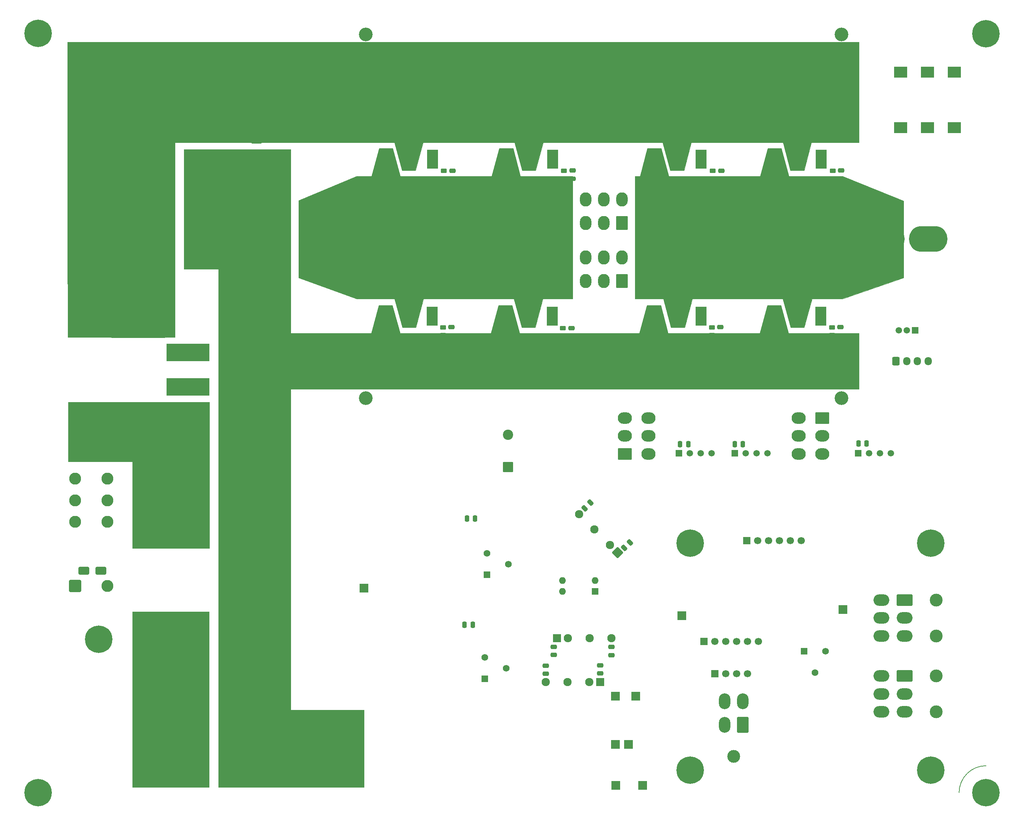
<source format=gbs>
%TF.GenerationSoftware,KiCad,Pcbnew,9.0.2*%
%TF.CreationDate,2025-12-27T14:45:29+07:00*%
%TF.ProjectId,Controller48V,436f6e74-726f-46c6-9c65-723438562e6b,rev?*%
%TF.SameCoordinates,Original*%
%TF.FileFunction,Soldermask,Bot*%
%TF.FilePolarity,Negative*%
%FSLAX46Y46*%
G04 Gerber Fmt 4.6, Leading zero omitted, Abs format (unit mm)*
G04 Created by KiCad (PCBNEW 9.0.2) date 2025-12-27 14:45:29*
%MOMM*%
%LPD*%
G01*
G04 APERTURE LIST*
G04 Aperture macros list*
%AMRoundRect*
0 Rectangle with rounded corners*
0 $1 Rounding radius*
0 $2 $3 $4 $5 $6 $7 $8 $9 X,Y pos of 4 corners*
0 Add a 4 corners polygon primitive as box body*
4,1,4,$2,$3,$4,$5,$6,$7,$8,$9,$2,$3,0*
0 Add four circle primitives for the rounded corners*
1,1,$1+$1,$2,$3*
1,1,$1+$1,$4,$5*
1,1,$1+$1,$6,$7*
1,1,$1+$1,$8,$9*
0 Add four rect primitives between the rounded corners*
20,1,$1+$1,$2,$3,$4,$5,0*
20,1,$1+$1,$4,$5,$6,$7,0*
20,1,$1+$1,$6,$7,$8,$9,0*
20,1,$1+$1,$8,$9,$2,$3,0*%
%AMHorizOval*
0 Thick line with rounded ends*
0 $1 width*
0 $2 $3 position (X,Y) of the first rounded end (center of the circle)*
0 $4 $5 position (X,Y) of the second rounded end (center of the circle)*
0 Add line between two ends*
20,1,$1,$2,$3,$4,$5,0*
0 Add two circle primitives to create the rounded ends*
1,1,$1,$2,$3*
1,1,$1,$4,$5*%
%AMFreePoly0*
4,1,5,1.500000,-1.250000,-1.500000,-1.250000,-1.500000,1.250000,1.500000,1.250000,1.500000,-1.250000,1.500000,-1.250000,$1*%
%AMFreePoly1*
4,1,5,5.000000,-2.000000,-5.000000,-2.000000,-5.000000,2.000000,5.000000,2.000000,5.000000,-2.000000,5.000000,-2.000000,$1*%
G04 Aperture macros list end*
%ADD10C,0.200000*%
%ADD11C,0.100000*%
%ADD12C,0.050000*%
%ADD13FreePoly0,0.000000*%
%ADD14FreePoly0,180.000000*%
%ADD15R,1.498600X1.498600*%
%ADD16C,1.498600*%
%ADD17RoundRect,0.250000X-0.600000X-0.725000X0.600000X-0.725000X0.600000X0.725000X-0.600000X0.725000X0*%
%ADD18O,1.700000X1.950000*%
%ADD19R,2.000000X2.000000*%
%ADD20C,6.400000*%
%ADD21RoundRect,0.250001X1.099999X1.399999X-1.099999X1.399999X-1.099999X-1.399999X1.099999X-1.399999X0*%
%ADD22O,2.700000X3.300000*%
%ADD23RoundRect,0.250001X1.399999X-1.099999X1.399999X1.099999X-1.399999X1.099999X-1.399999X-1.099999X0*%
%ADD24O,3.300000X2.700000*%
%ADD25RoundRect,0.102000X1.219759X0.000000X0.000000X1.219759X-1.219759X0.000000X0.000000X-1.219759X0*%
%ADD26C,1.929000*%
%ADD27RoundRect,0.102000X0.862500X0.862500X-0.862500X0.862500X-0.862500X-0.862500X0.862500X-0.862500X0*%
%ADD28R,1.700000X1.700000*%
%ADD29C,1.700000*%
%ADD30RoundRect,0.102000X-0.862500X-0.862500X0.862500X-0.862500X0.862500X0.862500X-0.862500X0.862500X0*%
%ADD31R,1.560000X1.560000*%
%ADD32C,1.560000*%
%ADD33C,0.800000*%
%ADD34C,3.000000*%
%ADD35RoundRect,0.250001X-1.599999X1.099999X-1.599999X-1.099999X1.599999X-1.099999X1.599999X1.099999X0*%
%ADD36O,3.700000X2.700000*%
%ADD37RoundRect,0.250001X-1.399999X1.099999X-1.399999X-1.099999X1.399999X-1.099999X1.399999X1.099999X0*%
%ADD38R,1.600000X1.600000*%
%ADD39O,1.600000X1.600000*%
%ADD40RoundRect,0.250001X0.949999X-0.949999X0.949999X0.949999X-0.949999X0.949999X-0.949999X-0.949999X0*%
%ADD41C,2.400000*%
%ADD42RoundRect,0.250001X1.099999X1.599999X-1.099999X1.599999X-1.099999X-1.599999X1.099999X-1.599999X0*%
%ADD43O,2.700000X3.700000*%
%ADD44C,2.800000*%
%ADD45RoundRect,0.250000X1.150000X-1.150000X1.150000X1.150000X-1.150000X1.150000X-1.150000X-1.150000X0*%
%ADD46C,4.000000*%
%ADD47R,2.500000X4.500000*%
%ADD48O,2.500000X4.500000*%
%ADD49RoundRect,0.250000X-0.475000X0.250000X-0.475000X-0.250000X0.475000X-0.250000X0.475000X0.250000X0*%
%ADD50RoundRect,0.250000X-0.250000X-0.475000X0.250000X-0.475000X0.250000X0.475000X-0.250000X0.475000X0*%
%ADD51RoundRect,0.250001X-0.949999X-0.949999X0.949999X-0.949999X0.949999X0.949999X-0.949999X0.949999X0*%
%ADD52RoundRect,0.250000X0.475000X-0.250000X0.475000X0.250000X-0.475000X0.250000X-0.475000X-0.250000X0*%
%ADD53RoundRect,0.250000X0.450000X-0.262500X0.450000X0.262500X-0.450000X0.262500X-0.450000X-0.262500X0*%
%ADD54R,1.500000X1.500000*%
%ADD55C,1.500000*%
%ADD56HorizOval,0.800000X0.000000X0.000000X0.000000X0.000000X0*%
%ADD57HorizOval,0.800000X0.000000X0.000000X0.000000X0.000000X0*%
%ADD58O,9.000000X6.000000*%
%ADD59RoundRect,0.250000X-1.000000X-0.650000X1.000000X-0.650000X1.000000X0.650000X-1.000000X0.650000X0*%
%ADD60RoundRect,0.250000X0.159099X-0.512652X0.512652X-0.159099X-0.159099X0.512652X-0.512652X0.159099X0*%
%ADD61C,12.000000*%
%ADD62FreePoly1,0.000000*%
%ADD63C,3.200000*%
%ADD64C,11.000000*%
%ADD65RoundRect,0.250001X-0.949999X0.949999X-0.949999X-0.949999X0.949999X-0.949999X0.949999X0.949999X0*%
G04 APERTURE END LIST*
D10*
X310721306Y-222778638D02*
G75*
G02*
X316999975Y-216499906I6278694J38D01*
G01*
D11*
X287328321Y-71000009D02*
X228773683Y-71002956D01*
X228773683Y-65665877D01*
X226816682Y-65665877D01*
X226816682Y-47500000D01*
X287328321Y-47500000D01*
X287328321Y-71000009D01*
G36*
X287328321Y-71000009D02*
G01*
X228773683Y-71002956D01*
X228773683Y-65665877D01*
X226816682Y-65665877D01*
X226816682Y-47500000D01*
X287328321Y-47500000D01*
X287328321Y-71000009D01*
G37*
X127759509Y-104000000D02*
X102686200Y-104000000D01*
X102686200Y-70994357D01*
X127759509Y-70994357D01*
X127759509Y-104000000D01*
G36*
X127759509Y-104000000D02*
G01*
X102686200Y-104000000D01*
X102686200Y-70994357D01*
X127759509Y-70994357D01*
X127759509Y-104000000D01*
G37*
D12*
X220508940Y-82188653D02*
X204604215Y-82188213D01*
X204605407Y-81873492D01*
X217194849Y-81853768D01*
X218606549Y-80499156D01*
X219712996Y-80311144D01*
X219747193Y-78887165D01*
X220508940Y-78885322D01*
X220508940Y-82188653D01*
G36*
X220508940Y-82188653D02*
G01*
X204604215Y-82188213D01*
X204605407Y-81873492D01*
X217194849Y-81853768D01*
X218606549Y-80499156D01*
X219712996Y-80311144D01*
X219747193Y-78887165D01*
X220508940Y-78885322D01*
X220508940Y-82188653D01*
G37*
D11*
X183907617Y-77479614D02*
X180741078Y-77476165D01*
X178985330Y-71000000D01*
X185666814Y-71000000D01*
X183907617Y-77479614D01*
G36*
X183907617Y-77479614D02*
G01*
X180741078Y-77476165D01*
X178985330Y-71000000D01*
X185666814Y-71000000D01*
X183907617Y-77479614D01*
G37*
X269146343Y-109013171D02*
X270905628Y-115499248D01*
X264224144Y-115499248D01*
X265976781Y-109011877D01*
X269146343Y-109013171D01*
G36*
X269146343Y-109013171D02*
G01*
X270905628Y-115499248D01*
X264224144Y-115499248D01*
X265976781Y-109011877D01*
X269146343Y-109013171D01*
G37*
X297777590Y-84611204D02*
X297764101Y-102513488D01*
X283500863Y-107478427D01*
X283500000Y-78833027D01*
X297777590Y-84611204D01*
G36*
X297777590Y-84611204D02*
G01*
X297764101Y-102513488D01*
X283500863Y-107478427D01*
X283500000Y-78833027D01*
X297777590Y-84611204D01*
G37*
X170140166Y-78883507D02*
X220531722Y-78883507D01*
X220531722Y-107476701D01*
X170140166Y-107476701D01*
X170140166Y-78883507D01*
G36*
X170140166Y-78883507D02*
G01*
X220531722Y-78883507D01*
X220531722Y-107476701D01*
X170140166Y-107476701D01*
X170140166Y-78883507D01*
G37*
X178581681Y-72343002D02*
X180340966Y-78829079D01*
X173659482Y-78829079D01*
X175412119Y-72341708D01*
X178581681Y-72343002D01*
G36*
X178581681Y-72343002D02*
G01*
X180340966Y-78829079D01*
X173659482Y-78829079D01*
X175412119Y-72341708D01*
X178581681Y-72343002D01*
G37*
X211942996Y-77479614D02*
X208776457Y-77476165D01*
X207020709Y-71000000D01*
X213702193Y-71000000D01*
X211942996Y-77479614D01*
G36*
X211942996Y-77479614D02*
G01*
X208776457Y-77476165D01*
X207020709Y-71000000D01*
X213702193Y-71000000D01*
X211942996Y-77479614D01*
G37*
X135791706Y-165748416D02*
X117796011Y-165719894D01*
X117865727Y-145484269D01*
X102879614Y-145500000D01*
X102879614Y-131578199D01*
X135791706Y-131578199D01*
X135791706Y-165748416D01*
G36*
X135791706Y-165748416D02*
G01*
X117796011Y-165719894D01*
X117865727Y-145484269D01*
X102879614Y-145500000D01*
X102879614Y-131578199D01*
X135791706Y-131578199D01*
X135791706Y-165748416D01*
G37*
X170140166Y-107478715D02*
X156643585Y-102575221D01*
X156641401Y-84596106D01*
X170140166Y-84500000D01*
X170140166Y-107478715D01*
G36*
X170140166Y-107478715D02*
G01*
X156643585Y-102575221D01*
X156641401Y-84596106D01*
X170140166Y-84500000D01*
X170140166Y-107478715D01*
G37*
X269232038Y-72338975D02*
X270991323Y-78825052D01*
X264309839Y-78825052D01*
X266062476Y-72337681D01*
X269232038Y-72338975D01*
G36*
X269232038Y-72338975D02*
G01*
X270991323Y-78825052D01*
X264309839Y-78825052D01*
X266062476Y-72337681D01*
X269232038Y-72338975D01*
G37*
X206402460Y-109009047D02*
X208161745Y-115495124D01*
X201480261Y-115495124D01*
X203232898Y-109007753D01*
X206402460Y-109009047D01*
G36*
X206402460Y-109009047D02*
G01*
X208161745Y-115495124D01*
X201480261Y-115495124D01*
X203232898Y-109007753D01*
X206402460Y-109009047D01*
G37*
X127748192Y-104505540D02*
X127769676Y-116453186D01*
X123150939Y-116500000D01*
X102749216Y-116446736D01*
X102686200Y-70994357D01*
X127759509Y-70994357D01*
X127748192Y-104505540D01*
G36*
X127748192Y-104505540D02*
G01*
X127769676Y-116453186D01*
X123150939Y-116500000D01*
X102749216Y-116446736D01*
X102686200Y-70994357D01*
X127759509Y-70994357D01*
X127748192Y-104505540D01*
G37*
X274529123Y-77479614D02*
X271362584Y-77476165D01*
X269606836Y-71000000D01*
X276288320Y-71000000D01*
X274529123Y-77479614D01*
G36*
X274529123Y-77479614D02*
G01*
X271362584Y-77476165D01*
X269606836Y-71000000D01*
X276288320Y-71000000D01*
X274529123Y-77479614D01*
G37*
X206612919Y-72355310D02*
X208372204Y-78841387D01*
X201690720Y-78841387D01*
X203443357Y-72354016D01*
X206612919Y-72355310D01*
G36*
X206612919Y-72355310D02*
G01*
X208372204Y-78841387D01*
X201690720Y-78841387D01*
X203443357Y-72354016D01*
X206612919Y-72355310D01*
G37*
X246495169Y-77485707D02*
X243328630Y-77482258D01*
X241572882Y-71006093D01*
X248254366Y-71006093D01*
X246495169Y-77485707D01*
G36*
X246495169Y-77485707D02*
G01*
X243328630Y-77482258D01*
X241572882Y-71006093D01*
X248254366Y-71006093D01*
X246495169Y-77485707D01*
G37*
X217311149Y-78877702D02*
X217312642Y-79100371D01*
X216485151Y-80075836D01*
X192524595Y-80075836D01*
X191502230Y-79129367D01*
X191500000Y-78875345D01*
X217311149Y-78877702D01*
G36*
X217311149Y-78877702D02*
G01*
X217312642Y-79100371D01*
X216485151Y-80075836D01*
X192524595Y-80075836D01*
X191502230Y-79129367D01*
X191500000Y-78875345D01*
X217311149Y-78877702D01*
G37*
X269232960Y-72339727D02*
X270992245Y-78825804D01*
X264310761Y-78825804D01*
X266063398Y-72338433D01*
X269232960Y-72339727D01*
G36*
X269232960Y-72339727D02*
G01*
X270992245Y-78825804D01*
X264310761Y-78825804D01*
X266063398Y-72338433D01*
X269232960Y-72339727D01*
G37*
X170140166Y-84500000D02*
X220531722Y-84500000D01*
X220531722Y-107476701D01*
X170140166Y-107476701D01*
X170140166Y-84500000D01*
G36*
X170140166Y-84500000D02*
G01*
X220531722Y-84500000D01*
X220531722Y-107476701D01*
X170140166Y-107476701D01*
X170140166Y-84500000D01*
G37*
X241080985Y-109020143D02*
X242840270Y-115506220D01*
X236158786Y-115506220D01*
X237911423Y-109018849D01*
X241080985Y-109020143D01*
G36*
X241080985Y-109020143D02*
G01*
X242840270Y-115506220D01*
X236158786Y-115506220D01*
X237911423Y-109018849D01*
X241080985Y-109020143D01*
G37*
X235073506Y-78829144D02*
X283500863Y-78829144D01*
X283500863Y-107480585D01*
X235073506Y-107480585D01*
X235073506Y-78829144D01*
G36*
X235073506Y-78829144D02*
G01*
X283500863Y-78829144D01*
X283500863Y-107480585D01*
X235073506Y-107480585D01*
X235073506Y-78829144D01*
G37*
X241190335Y-72355084D02*
X242949620Y-78841161D01*
X236268136Y-78841161D01*
X238020773Y-72353790D01*
X241190335Y-72355084D01*
G36*
X241190335Y-72355084D02*
G01*
X242949620Y-78841161D01*
X236268136Y-78841161D01*
X238020773Y-72353790D01*
X241190335Y-72355084D01*
G37*
X178581681Y-72343002D02*
X180340966Y-78829079D01*
X173659482Y-78829079D01*
X175412119Y-72341708D01*
X178581681Y-72343002D01*
G36*
X178581681Y-72343002D02*
G01*
X180340966Y-78829079D01*
X173659482Y-78829079D01*
X175412119Y-72341708D01*
X178581681Y-72343002D01*
G37*
X135687858Y-221500000D02*
X117811473Y-221500000D01*
X117811473Y-180569386D01*
X135687858Y-180569386D01*
X135687858Y-221500000D01*
G36*
X135687858Y-221500000D02*
G01*
X117811473Y-221500000D01*
X117811473Y-180569386D01*
X135687858Y-180569386D01*
X135687858Y-221500000D01*
G37*
X170140166Y-107478715D02*
X156643585Y-102575221D01*
X156641401Y-84596106D01*
X170140166Y-78883507D01*
X170140166Y-107478715D01*
G36*
X170140166Y-107478715D02*
G01*
X156643585Y-102575221D01*
X156641401Y-84596106D01*
X170140166Y-78883507D01*
X170140166Y-107478715D01*
G37*
X211942519Y-77478861D02*
X208775980Y-77475412D01*
X207020232Y-70999247D01*
X213701716Y-70999247D01*
X211942519Y-77478861D01*
G36*
X211942519Y-77478861D02*
G01*
X208775980Y-77475412D01*
X207020232Y-70999247D01*
X213701716Y-70999247D01*
X211942519Y-77478861D01*
G37*
X154716838Y-203500000D02*
X171878990Y-203500000D01*
X171878990Y-221500000D01*
X137901981Y-221500000D01*
X137901981Y-100500000D01*
X129878990Y-100500000D01*
X129878990Y-72578887D01*
X154716838Y-72578887D01*
X154716838Y-203500000D01*
G36*
X154716838Y-203500000D02*
G01*
X171878990Y-203500000D01*
X171878990Y-221500000D01*
X137901981Y-221500000D01*
X137901981Y-100500000D01*
X129878990Y-100500000D01*
X129878990Y-72578887D01*
X154716838Y-72578887D01*
X154716838Y-203500000D01*
G37*
D12*
X189216946Y-78847481D02*
X189289915Y-80399630D01*
X190409419Y-80481888D01*
X191824800Y-81826861D01*
X202277977Y-81826861D01*
X202535918Y-82535509D01*
X203892403Y-83876580D01*
X219701127Y-83876580D01*
X220531722Y-84500000D01*
X156597337Y-84562122D01*
X170133685Y-78834592D01*
X189216946Y-78847481D01*
G36*
X189216946Y-78847481D02*
G01*
X189289915Y-80399630D01*
X190409419Y-80481888D01*
X191824800Y-81826861D01*
X202277977Y-81826861D01*
X202535918Y-82535509D01*
X203892403Y-83876580D01*
X219701127Y-83876580D01*
X220531722Y-84500000D01*
X156597337Y-84562122D01*
X170133685Y-78834592D01*
X189216946Y-78847481D01*
G37*
D11*
X287355480Y-71000000D02*
X155500000Y-71000000D01*
X155500000Y-68502232D01*
X267000000Y-69000000D01*
X267000000Y-65500000D01*
X151500000Y-65500000D01*
X151500000Y-70999943D01*
X102686200Y-70994357D01*
X102704796Y-47500000D01*
X287355480Y-47500000D01*
X287355480Y-71000000D01*
G36*
X287355480Y-71000000D02*
G01*
X155500000Y-71000000D01*
X155500000Y-68502232D01*
X267000000Y-69000000D01*
X267000000Y-65500000D01*
X151500000Y-65500000D01*
X151500000Y-70999943D01*
X102686200Y-70994357D01*
X102704796Y-47500000D01*
X287355480Y-47500000D01*
X287355480Y-71000000D01*
G37*
X241166680Y-72345947D02*
X242925965Y-78832024D01*
X236244481Y-78832024D01*
X237997118Y-72344653D01*
X241166680Y-72345947D01*
G36*
X241166680Y-72345947D02*
G01*
X242925965Y-78832024D01*
X236244481Y-78832024D01*
X237997118Y-72344653D01*
X241166680Y-72345947D01*
G37*
X287331369Y-128508463D02*
X154331369Y-128508463D01*
X154331369Y-115508463D01*
X287331369Y-115508463D01*
X287331369Y-128508463D01*
G36*
X287331369Y-128508463D02*
G01*
X154331369Y-128508463D01*
X154331369Y-115508463D01*
X287331369Y-115508463D01*
X287331369Y-128508463D01*
G37*
X246492616Y-77482559D02*
X243326077Y-77479110D01*
X241570329Y-71002945D01*
X248251813Y-71002945D01*
X246492616Y-77482559D01*
G36*
X246492616Y-77482559D02*
G01*
X243326077Y-77479110D01*
X241570329Y-71002945D01*
X248251813Y-71002945D01*
X246492616Y-77482559D01*
G37*
X274573796Y-114137438D02*
X271404234Y-114136144D01*
X269509329Y-107150067D01*
X276461514Y-107150067D01*
X274573796Y-114137438D01*
G36*
X274573796Y-114137438D02*
G01*
X271404234Y-114136144D01*
X269509329Y-107150067D01*
X276461514Y-107150067D01*
X274573796Y-114137438D01*
G37*
X183907617Y-77479614D02*
X180741078Y-77476165D01*
X178985330Y-71000000D01*
X185666814Y-71000000D01*
X183907617Y-77479614D01*
G36*
X183907617Y-77479614D02*
G01*
X180741078Y-77476165D01*
X178985330Y-71000000D01*
X185666814Y-71000000D01*
X183907617Y-77479614D01*
G37*
X183972901Y-114143181D02*
X180803339Y-114141887D01*
X178908434Y-107155810D01*
X185860619Y-107155810D01*
X183972901Y-114143181D01*
G36*
X183972901Y-114143181D02*
G01*
X180803339Y-114141887D01*
X178908434Y-107155810D01*
X185860619Y-107155810D01*
X183972901Y-114143181D01*
G37*
X246686720Y-114141199D02*
X243517158Y-114139905D01*
X241622253Y-107153828D01*
X248574438Y-107153828D01*
X246686720Y-114141199D01*
G36*
X246686720Y-114141199D02*
G01*
X243517158Y-114139905D01*
X241622253Y-107153828D01*
X248574438Y-107153828D01*
X246686720Y-114141199D01*
G37*
X206616583Y-72342249D02*
X208375868Y-78828326D01*
X201694384Y-78828326D01*
X203447021Y-72340955D01*
X206616583Y-72342249D01*
G36*
X206616583Y-72342249D02*
G01*
X208375868Y-78828326D01*
X201694384Y-78828326D01*
X203447021Y-72340955D01*
X206616583Y-72342249D01*
G37*
X211830305Y-114141199D02*
X208660743Y-114139905D01*
X206765838Y-107153828D01*
X213718023Y-107153828D01*
X211830305Y-114141199D01*
G36*
X211830305Y-114141199D02*
G01*
X208660743Y-114139905D01*
X206765838Y-107153828D01*
X213718023Y-107153828D01*
X211830305Y-114141199D01*
G37*
X102704796Y-47500000D02*
X228816682Y-47500000D01*
X228816682Y-71000000D01*
X102704796Y-71000000D01*
X102704796Y-47500000D01*
G36*
X102704796Y-47500000D02*
G01*
X228816682Y-47500000D01*
X228816682Y-71000000D01*
X102704796Y-71000000D01*
X102704796Y-47500000D01*
G37*
X178495986Y-109017198D02*
X180286549Y-115618591D01*
X173542633Y-115618591D01*
X175326424Y-109015904D01*
X178495986Y-109017198D01*
G36*
X178495986Y-109017198D02*
G01*
X180286549Y-115618591D01*
X173542633Y-115618591D01*
X175326424Y-109015904D01*
X178495986Y-109017198D01*
G37*
X274527881Y-77479349D02*
X271361342Y-77475900D01*
X269605594Y-70999735D01*
X276287078Y-70999735D01*
X274527881Y-77479349D01*
G36*
X274527881Y-77479349D02*
G01*
X271361342Y-77475900D01*
X269605594Y-70999735D01*
X276287078Y-70999735D01*
X274527881Y-77479349D01*
G37*
D13*
%TO.C,H7*%
X133500000Y-219000000D03*
X133500000Y-206000000D03*
D14*
X127249893Y-219000000D03*
X127249893Y-206000000D03*
X121000000Y-219000000D03*
X121000000Y-206000000D03*
%TD*%
D15*
%TO.C,PS6*%
X287190000Y-143533200D03*
D16*
X289730000Y-143533200D03*
X292270000Y-143533200D03*
X294810000Y-143533200D03*
%TD*%
D17*
%TO.C,J17*%
X296000000Y-122000000D03*
D18*
X298500000Y-122000000D03*
X301000000Y-122000000D03*
X303500000Y-122000000D03*
%TD*%
D19*
%TO.C,TP8*%
X236839930Y-221130745D03*
%TD*%
%TO.C,TP9*%
X235250000Y-200236009D03*
%TD*%
D20*
%TO.C,H3*%
X304073857Y-217500000D03*
%TD*%
D19*
%TO.C,TP1*%
X171842076Y-175000000D03*
%TD*%
D14*
%TO.C,H5*%
X297073750Y-54528669D03*
X297073750Y-67528669D03*
D13*
X303323857Y-54528669D03*
X303323857Y-67528669D03*
X309573750Y-54528669D03*
X309573750Y-67528669D03*
%TD*%
D21*
%TO.C,J15*%
X232023857Y-103278669D03*
D22*
X227823857Y-103278669D03*
X223623857Y-103278669D03*
X232023857Y-97778669D03*
X227823857Y-97778669D03*
X223623857Y-97778669D03*
%TD*%
D23*
%TO.C,J14*%
X232750000Y-143705000D03*
D24*
X232750000Y-139505000D03*
X232750000Y-135305000D03*
X238250000Y-143705000D03*
X238250000Y-139505000D03*
X238250000Y-135305000D03*
%TD*%
D25*
%TO.C,PS5*%
X231042138Y-166738728D03*
D26*
X229246087Y-164942676D03*
X225653984Y-161350574D03*
X222061882Y-157758472D03*
%TD*%
D15*
%TO.C,PS1*%
X245370000Y-143570700D03*
D16*
X247910000Y-143570700D03*
X252990000Y-143570700D03*
X250450000Y-143570700D03*
%TD*%
D27*
%TO.C,PS4*%
X227000000Y-196990883D03*
D26*
X224460000Y-196990883D03*
X219380000Y-196990883D03*
X214300000Y-196990883D03*
%TD*%
D19*
%TO.C,TP5*%
X283573857Y-180000000D03*
%TD*%
D28*
%TO.C,J9*%
X253690000Y-195000000D03*
D29*
X256230000Y-195000000D03*
X258770000Y-195000000D03*
X261310000Y-195000000D03*
%TD*%
D19*
%TO.C,TP4*%
X246000000Y-181500000D03*
%TD*%
D20*
%TO.C,H1*%
X304073857Y-164500000D03*
%TD*%
D19*
%TO.C,TP3*%
X233583160Y-211500000D03*
%TD*%
D30*
%TO.C,PS2*%
X216900836Y-186708361D03*
D26*
X219440836Y-186708361D03*
X224520836Y-186708361D03*
X229600836Y-186708361D03*
%TD*%
D31*
%TO.C,RV1*%
X200550000Y-171925000D03*
D32*
X205550000Y-169425000D03*
X200550000Y-166925000D03*
%TD*%
D33*
%TO.C,H10*%
X107600000Y-187000000D03*
X108302944Y-185302944D03*
X108302944Y-188697056D03*
X110000000Y-184600000D03*
D20*
X110000000Y-187000000D03*
D33*
X110000000Y-189400000D03*
X111697056Y-185302944D03*
X111697056Y-188697056D03*
X112400000Y-187000000D03*
%TD*%
%TO.C,H9*%
X107600000Y-92000000D03*
X108302944Y-90302944D03*
X108302944Y-93697056D03*
X110000000Y-89600000D03*
D20*
X110000000Y-92000000D03*
D33*
X110000000Y-94400000D03*
X111697056Y-90302944D03*
X111697056Y-93697056D03*
X112400000Y-92000000D03*
%TD*%
D20*
%TO.C,H2*%
X248000000Y-164500000D03*
%TD*%
D31*
%TO.C,RV3*%
X274573857Y-189788669D03*
D32*
X277073857Y-194788669D03*
X279573857Y-189788669D03*
%TD*%
D19*
%TO.C,TP7*%
X230522766Y-211496210D03*
%TD*%
D28*
%TO.C,J22*%
X261175000Y-163975000D03*
D29*
X263715000Y-163975000D03*
X266255000Y-163975000D03*
X268795000Y-163975000D03*
X271335000Y-163975000D03*
X273875000Y-163975000D03*
%TD*%
D28*
%TO.C,J19*%
X251175000Y-187475000D03*
D29*
X253715000Y-187475000D03*
X256255000Y-187475000D03*
X258795000Y-187475000D03*
X261335000Y-187475000D03*
X263875000Y-187475000D03*
%TD*%
D20*
%TO.C,H11*%
X95823857Y-45500000D03*
%TD*%
D19*
%TO.C,TP2*%
X230583160Y-221130745D03*
%TD*%
D20*
%TO.C,H14*%
X316987657Y-222778638D03*
%TD*%
D14*
%TO.C,H6*%
X159323857Y-87028669D03*
X159323857Y-100028669D03*
D13*
X165573964Y-87028669D03*
X165573964Y-100028669D03*
X171823857Y-87028669D03*
X171823857Y-100028669D03*
%TD*%
D34*
%TO.C,J12*%
X305348857Y-177795000D03*
X305348857Y-186195000D03*
D35*
X298048857Y-177795000D03*
D36*
X298048857Y-181995000D03*
X298048857Y-186195000D03*
X292548857Y-177795000D03*
X292548857Y-181995000D03*
X292548857Y-186195000D03*
%TD*%
D20*
%TO.C,H4*%
X248000000Y-217500000D03*
%TD*%
D15*
%TO.C,PS3*%
X258380000Y-143533200D03*
D16*
X260920000Y-143533200D03*
X266000000Y-143533200D03*
X263460000Y-143533200D03*
%TD*%
D34*
%TO.C,J13*%
X305348857Y-195516331D03*
X305348857Y-203916331D03*
D35*
X298048857Y-195516331D03*
D36*
X298048857Y-199716331D03*
X298048857Y-203916331D03*
X292548857Y-195516331D03*
X292548857Y-199716331D03*
X292548857Y-203916331D03*
%TD*%
D31*
%TO.C,RV2*%
X200023857Y-196229922D03*
D32*
X205023857Y-193729922D03*
X200023857Y-191229922D03*
%TD*%
D20*
%TO.C,H12*%
X316939651Y-45560337D03*
%TD*%
D37*
%TO.C,J11*%
X278750000Y-135295000D03*
D24*
X278750000Y-139495000D03*
X278750000Y-143695000D03*
X273250000Y-135295000D03*
X273250000Y-139495000D03*
X273250000Y-143695000D03*
%TD*%
D38*
%TO.C,U11*%
X225803857Y-175783669D03*
D39*
X225803857Y-173243669D03*
X218183857Y-173243669D03*
X218183857Y-175783669D03*
%TD*%
D20*
%TO.C,H13*%
X95823857Y-222778669D03*
%TD*%
D21*
%TO.C,J16*%
X232023857Y-89778669D03*
D22*
X227823857Y-89778669D03*
X223623857Y-89778669D03*
X232023857Y-84278669D03*
X227823857Y-84278669D03*
X223623857Y-84278669D03*
%TD*%
D40*
%TO.C,C41*%
X205500000Y-146750000D03*
D41*
X205500000Y-139250000D03*
%TD*%
D34*
%TO.C,J8*%
X258150000Y-214275000D03*
D42*
X260250000Y-206975000D03*
D43*
X256050000Y-206975000D03*
X260250000Y-201475000D03*
X256050000Y-201475000D03*
%TD*%
D13*
%TO.C,H8*%
X169250000Y-219000000D03*
X169250000Y-206000000D03*
D14*
X162999893Y-219000000D03*
X162999893Y-206000000D03*
X156750000Y-219000000D03*
X156750000Y-206000000D03*
%TD*%
D44*
%TO.C,K1*%
X104500000Y-154500000D03*
X104500000Y-159500000D03*
X104500000Y-149500000D03*
X112000000Y-154500000D03*
X112000000Y-159500000D03*
X112000000Y-149500000D03*
D45*
X104500000Y-174500000D03*
D44*
X112000000Y-174500000D03*
%TD*%
D19*
%TO.C,TP6*%
X230500000Y-200250000D03*
%TD*%
D46*
%TO.C,Q3*%
X273073857Y-55013669D03*
D47*
X278523857Y-74873669D03*
D48*
X273073857Y-74873669D03*
X267623857Y-74873669D03*
%TD*%
D49*
%TO.C,C5*%
X283033533Y-114085223D03*
X283033533Y-115985223D03*
%TD*%
D50*
%TO.C,C20*%
X258361782Y-141424999D03*
X260261782Y-141424999D03*
%TD*%
D46*
%TO.C,Q7*%
X182423857Y-55028669D03*
D47*
X187873857Y-74888669D03*
D48*
X182423857Y-74888669D03*
X176973857Y-74888669D03*
%TD*%
D49*
%TO.C,C4*%
X283217482Y-77525391D03*
X283217482Y-79425391D03*
%TD*%
%TO.C,C8*%
X220500000Y-77528669D03*
X220500000Y-79428669D03*
%TD*%
D46*
%TO.C,Q5*%
X210468304Y-55011979D03*
D47*
X215918304Y-74871979D03*
D48*
X210468304Y-74871979D03*
X205018304Y-74871979D03*
%TD*%
D51*
%TO.C,C29*%
X125311103Y-92028669D03*
D41*
X132811103Y-92028669D03*
%TD*%
D52*
%TO.C,C53*%
X214293115Y-195013072D03*
X214293115Y-193113072D03*
%TD*%
D53*
%TO.C,R14*%
X190283533Y-115947723D03*
X190283533Y-114122723D03*
%TD*%
%TO.C,R5*%
X253217482Y-79437891D03*
X253217482Y-77612891D03*
%TD*%
D54*
%TO.C,U1*%
X300433857Y-114853669D03*
D55*
X298523857Y-114853669D03*
X296613857Y-114853669D03*
D56*
X297473857Y-94083669D03*
D57*
X297473857Y-92823669D03*
D33*
X296723857Y-95113669D03*
X296723857Y-91793669D03*
X295523857Y-95503669D03*
X295523857Y-91403669D03*
X294193857Y-95503669D03*
X294193857Y-91403669D03*
D58*
X293523857Y-93453669D03*
D33*
X292853857Y-95503669D03*
X292853857Y-91403669D03*
X291523857Y-95503669D03*
X291523857Y-91403669D03*
X290323857Y-95113669D03*
X290323857Y-91793669D03*
X289573857Y-94083669D03*
X289573857Y-92823669D03*
X307473857Y-94083669D03*
X307473857Y-92823669D03*
X306723857Y-95113669D03*
X306723857Y-91793669D03*
X305523857Y-95503669D03*
X305523857Y-91403669D03*
X304193857Y-95503669D03*
X304193857Y-91403669D03*
D58*
X303523857Y-93453669D03*
D33*
X302853857Y-95503669D03*
X302853857Y-91403669D03*
X301523857Y-95503669D03*
X301523857Y-91403669D03*
X300323857Y-95113669D03*
X300323857Y-91793669D03*
D57*
X299573857Y-94083669D03*
D56*
X299573857Y-92823669D03*
%TD*%
D49*
%TO.C,C62*%
X216116979Y-188729692D03*
X216116979Y-190629692D03*
%TD*%
%TO.C,C1*%
X255217482Y-77575391D03*
X255217482Y-79475391D03*
%TD*%
D46*
%TO.C,Q1*%
X245073857Y-55013669D03*
D47*
X250523857Y-74873669D03*
D48*
X245073857Y-74873669D03*
X239623857Y-74873669D03*
%TD*%
D59*
%TO.C,D21*%
X106500000Y-171000000D03*
X110500000Y-171000000D03*
%TD*%
D50*
%TO.C,C19*%
X245635000Y-141425000D03*
X247535000Y-141425000D03*
%TD*%
D53*
%TO.C,R20*%
X218283533Y-116147723D03*
X218283533Y-114322723D03*
%TD*%
D60*
%TO.C,C50*%
X223328249Y-156421751D03*
X224671751Y-155078249D03*
%TD*%
D49*
%TO.C,C12*%
X220283533Y-114285223D03*
X220283533Y-116185223D03*
%TD*%
D50*
%TO.C,C30*%
X195900000Y-158775000D03*
X197800000Y-158775000D03*
%TD*%
D53*
%TO.C,R13*%
X218500000Y-79391169D03*
X218500000Y-77566169D03*
%TD*%
D49*
%TO.C,C11*%
X192500000Y-77578669D03*
X192500000Y-79478669D03*
%TD*%
D46*
%TO.C,Q6*%
X182323857Y-91693669D03*
D47*
X187773857Y-111553669D03*
D48*
X182323857Y-111553669D03*
X176873857Y-111553669D03*
%TD*%
D51*
%TO.C,C33*%
X125323857Y-74028669D03*
D41*
X132823857Y-74028669D03*
%TD*%
D49*
%TO.C,C61*%
X229616979Y-188779692D03*
X229616979Y-190679692D03*
%TD*%
D52*
%TO.C,C54*%
X227000000Y-194950000D03*
X227000000Y-193050000D03*
%TD*%
D49*
%TO.C,C9*%
X192283533Y-114085223D03*
X192283533Y-115985223D03*
%TD*%
D50*
%TO.C,C42*%
X287240000Y-141283200D03*
X289140000Y-141283200D03*
%TD*%
D61*
%TO.C,K4*%
X115214982Y-109528669D03*
D62*
X130823857Y-120028669D03*
D61*
X115214982Y-138378669D03*
D62*
X130823857Y-128028669D03*
%TD*%
D53*
%TO.C,R6*%
X253033533Y-115947723D03*
X253033533Y-114122723D03*
%TD*%
D46*
%TO.C,Q4*%
X273023857Y-91678669D03*
D47*
X278473857Y-111538669D03*
D48*
X273023857Y-111538669D03*
X267573857Y-111538669D03*
%TD*%
D63*
%TO.C,HS1*%
X172250000Y-130700000D03*
X283250000Y-130700000D03*
X172250000Y-45750000D03*
X283250000Y-45750000D03*
%TD*%
D60*
%TO.C,C49*%
X232578249Y-165671751D03*
X233921751Y-164328249D03*
%TD*%
D49*
%TO.C,C2*%
X255033533Y-114085223D03*
X255033533Y-115985223D03*
%TD*%
D53*
%TO.C,R19*%
X190500000Y-79441169D03*
X190500000Y-77616169D03*
%TD*%
%TO.C,R12*%
X281033533Y-115947723D03*
X281033533Y-114122723D03*
%TD*%
D50*
%TO.C,C31*%
X195323857Y-183579922D03*
X197223857Y-183579922D03*
%TD*%
D64*
%TO.C,F1*%
X127000000Y-188000000D03*
X127000000Y-158000000D03*
%TD*%
D46*
%TO.C,Q2*%
X245073857Y-91702638D03*
D47*
X250523857Y-111562638D03*
D48*
X245073857Y-111562638D03*
X239623857Y-111562638D03*
%TD*%
D65*
%TO.C,C32*%
X146823857Y-70015915D03*
D41*
X146823857Y-77515915D03*
%TD*%
D46*
%TO.C,Q8*%
X210323857Y-91678669D03*
D47*
X215773857Y-111538669D03*
D48*
X210323857Y-111538669D03*
X204873857Y-111538669D03*
%TD*%
D53*
%TO.C,R11*%
X281217482Y-79387891D03*
X281217482Y-77562891D03*
%TD*%
M02*

</source>
